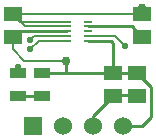
<source format=gtl>
G04 (created by PCBNEW (2013-07-07 BZR 4022)-stable) date 1/30/2015 12:57:55 AM*
%MOIN*%
G04 Gerber Fmt 3.4, Leading zero omitted, Abs format*
%FSLAX34Y34*%
G01*
G70*
G90*
G04 APERTURE LIST*
%ADD10C,0.00590551*%
%ADD11R,0.055X0.035*%
%ADD12R,0.06X0.06*%
%ADD13C,0.06*%
%ADD14R,0.0255906X0.00885827*%
%ADD15R,0.059X0.0512*%
%ADD16C,0.03*%
%ADD17C,0.022*%
%ADD18C,0.009*%
%ADD19C,0.007*%
%ADD20C,0.01*%
G04 APERTURE END LIST*
G54D10*
G54D11*
X83858Y-57695D03*
X83858Y-58445D03*
X83070Y-58445D03*
X83070Y-57695D03*
G54D12*
X83539Y-59448D03*
G54D13*
X84539Y-59448D03*
X85539Y-59448D03*
X86539Y-59448D03*
G54D14*
X85393Y-56614D03*
X85393Y-56456D03*
X85393Y-56299D03*
X85393Y-56141D03*
X85393Y-55984D03*
X84685Y-55984D03*
X84685Y-56141D03*
X84685Y-56299D03*
X84685Y-56456D03*
X84685Y-56614D03*
G54D15*
X86220Y-57695D03*
X86220Y-58445D03*
X87204Y-56477D03*
X87204Y-55727D03*
X82874Y-56477D03*
X82874Y-55727D03*
X87007Y-57695D03*
X87007Y-58445D03*
G54D16*
X84645Y-57283D03*
G54D17*
X83464Y-56594D03*
X83070Y-57480D03*
G54D16*
X87204Y-55511D03*
G54D17*
X86614Y-56791D03*
X83464Y-56889D03*
G54D18*
X87204Y-59448D02*
X86539Y-59448D01*
X87500Y-59153D02*
X87204Y-59448D01*
X87007Y-57695D02*
X87026Y-57695D01*
X87026Y-57695D02*
X87500Y-58169D01*
X87500Y-58169D02*
X87500Y-59153D01*
G54D19*
X82874Y-56477D02*
X82874Y-56889D01*
X83267Y-57283D02*
X84645Y-57283D01*
X82874Y-56889D02*
X83267Y-57283D01*
G54D18*
X84685Y-56299D02*
X83052Y-56299D01*
X83052Y-56299D02*
X82874Y-56477D01*
X86220Y-57695D02*
X87007Y-57695D01*
X84645Y-57695D02*
X84645Y-57283D01*
X85393Y-56614D02*
X86141Y-56614D01*
X86141Y-56614D02*
X86220Y-56692D01*
X86220Y-56692D02*
X86220Y-57695D01*
G54D20*
X86220Y-57695D02*
X85433Y-57695D01*
X85433Y-57695D02*
X84645Y-57695D01*
X84645Y-57695D02*
X83858Y-57695D01*
G54D19*
X82874Y-55727D02*
X87204Y-55727D01*
X84685Y-56456D02*
X83602Y-56456D01*
X83602Y-56456D02*
X83464Y-56594D01*
X83070Y-57695D02*
X83070Y-57480D01*
X84685Y-56141D02*
X83288Y-56141D01*
X83288Y-56141D02*
X82874Y-55727D01*
X84685Y-55984D02*
X83130Y-55984D01*
X83130Y-55984D02*
X82874Y-55727D01*
G54D18*
X87204Y-55511D02*
X87204Y-55727D01*
G54D20*
X85539Y-59448D02*
X85539Y-59126D01*
X86242Y-58424D02*
X87204Y-58424D01*
X85539Y-59126D02*
X86242Y-58424D01*
G54D18*
X86869Y-56141D02*
X87204Y-56477D01*
X85393Y-56141D02*
X86869Y-56141D01*
G54D20*
X83858Y-58445D02*
X83070Y-58445D01*
G54D19*
X86614Y-56791D02*
X86279Y-56456D01*
X86279Y-56456D02*
X85393Y-56456D01*
X83759Y-56614D02*
X83740Y-56614D01*
X83740Y-56614D02*
X83464Y-56889D01*
X84685Y-56614D02*
X83759Y-56614D01*
M02*

</source>
